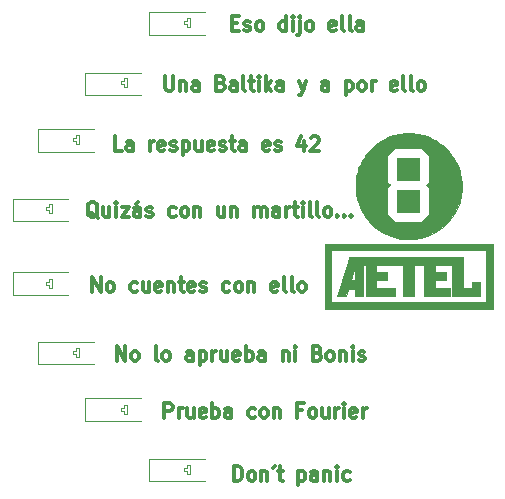
<source format=gbr>
G04 #@! TF.FileFunction,Legend,Top*
%FSLAX46Y46*%
G04 Gerber Fmt 4.6, Leading zero omitted, Abs format (unit mm)*
G04 Created by KiCad (PCBNEW 4.0.6) date 04/30/18 18:34:21*
%MOMM*%
%LPD*%
G01*
G04 APERTURE LIST*
%ADD10C,0.100000*%
%ADD11C,0.300000*%
%ADD12C,0.120000*%
%ADD13C,0.010000*%
G04 APERTURE END LIST*
D10*
X-6096000Y19304000D02*
X-5842000Y19304000D01*
X-6096000Y19050000D02*
X-6096000Y19304000D01*
X-6350000Y19050000D02*
X-6096000Y19050000D01*
X-6350000Y18796000D02*
X-6350000Y19050000D01*
X-6096000Y18796000D02*
X-6350000Y18796000D01*
X-6096000Y18542000D02*
X-6096000Y18796000D01*
X-5842000Y18542000D02*
X-6096000Y18542000D01*
X-5842000Y19304000D02*
X-5842000Y18542000D01*
X-11430000Y14224000D02*
X-11176000Y14224000D01*
X-11430000Y13970000D02*
X-11430000Y14224000D01*
X-11684000Y13970000D02*
X-11430000Y13970000D01*
X-11684000Y13716000D02*
X-11684000Y13970000D01*
X-11430000Y13716000D02*
X-11684000Y13716000D01*
X-11430000Y13462000D02*
X-11430000Y13716000D01*
X-11176000Y13462000D02*
X-11430000Y13462000D01*
X-11176000Y14224000D02*
X-11176000Y13462000D01*
X-15494000Y9398000D02*
X-15240000Y9398000D01*
X-15494000Y9144000D02*
X-15494000Y9398000D01*
X-15748000Y9144000D02*
X-15494000Y9144000D01*
X-15748000Y8890000D02*
X-15748000Y9144000D01*
X-15494000Y8890000D02*
X-15748000Y8890000D01*
X-15494000Y8636000D02*
X-15494000Y8890000D01*
X-15240000Y8636000D02*
X-15494000Y8636000D01*
X-15240000Y9398000D02*
X-15240000Y8636000D01*
X-17780000Y3556000D02*
X-17526000Y3556000D01*
X-17780000Y3302000D02*
X-17780000Y3556000D01*
X-18034000Y3302000D02*
X-17780000Y3302000D01*
X-18034000Y3048000D02*
X-18034000Y3302000D01*
X-17780000Y3048000D02*
X-18034000Y3048000D01*
X-17780000Y2794000D02*
X-17780000Y3048000D01*
X-17526000Y2794000D02*
X-17780000Y2794000D01*
X-17526000Y3556000D02*
X-17526000Y2794000D01*
X-17780000Y-2794000D02*
X-17526000Y-2794000D01*
X-17780000Y-3048000D02*
X-17780000Y-2794000D01*
X-18034000Y-3048000D02*
X-17780000Y-3048000D01*
X-18034000Y-3302000D02*
X-18034000Y-3048000D01*
X-17780000Y-3302000D02*
X-18034000Y-3302000D01*
X-17780000Y-3556000D02*
X-17780000Y-3302000D01*
X-17526000Y-3556000D02*
X-17780000Y-3556000D01*
X-17526000Y-2794000D02*
X-17526000Y-3556000D01*
X-15494000Y-9398000D02*
X-15240000Y-9398000D01*
X-15494000Y-9144000D02*
X-15494000Y-9398000D01*
X-15748000Y-9144000D02*
X-15494000Y-9144000D01*
X-15748000Y-8890000D02*
X-15748000Y-9144000D01*
X-15494000Y-8890000D02*
X-15748000Y-8890000D01*
X-15494000Y-8636000D02*
X-15494000Y-8890000D01*
X-15240000Y-8636000D02*
X-15494000Y-8636000D01*
X-15240000Y-9398000D02*
X-15240000Y-8636000D01*
X-11430000Y-13462000D02*
X-11176000Y-13462000D01*
X-11430000Y-13716000D02*
X-11430000Y-13462000D01*
X-11684000Y-13716000D02*
X-11430000Y-13716000D01*
X-11684000Y-13970000D02*
X-11684000Y-13716000D01*
X-11430000Y-13970000D02*
X-11684000Y-13970000D01*
X-11430000Y-14224000D02*
X-11430000Y-13970000D01*
X-11176000Y-14224000D02*
X-11430000Y-14224000D01*
X-11176000Y-13462000D02*
X-11176000Y-14224000D01*
X-6096000Y-19304000D02*
X-5842000Y-19304000D01*
X-6096000Y-19050000D02*
X-6096000Y-19304000D01*
X-6350000Y-19050000D02*
X-6096000Y-19050000D01*
X-6350000Y-18796000D02*
X-6350000Y-19050000D01*
X-6096000Y-18796000D02*
X-6350000Y-18796000D01*
X-6096000Y-18542000D02*
X-6096000Y-18796000D01*
X-5842000Y-18542000D02*
X-6096000Y-18542000D01*
X-5842000Y-19304000D02*
X-5842000Y-18542000D01*
D11*
X-14079998Y-3844857D02*
X-14079998Y-2644857D01*
X-13394283Y-3844857D01*
X-13394283Y-2644857D01*
X-12651426Y-3844857D02*
X-12765712Y-3787714D01*
X-12822855Y-3730571D01*
X-12879998Y-3616286D01*
X-12879998Y-3273429D01*
X-12822855Y-3159143D01*
X-12765712Y-3102000D01*
X-12651426Y-3044857D01*
X-12479998Y-3044857D01*
X-12365712Y-3102000D01*
X-12308569Y-3159143D01*
X-12251426Y-3273429D01*
X-12251426Y-3616286D01*
X-12308569Y-3730571D01*
X-12365712Y-3787714D01*
X-12479998Y-3844857D01*
X-12651426Y-3844857D01*
X-10308569Y-3787714D02*
X-10422855Y-3844857D01*
X-10651426Y-3844857D01*
X-10765712Y-3787714D01*
X-10822855Y-3730571D01*
X-10879998Y-3616286D01*
X-10879998Y-3273429D01*
X-10822855Y-3159143D01*
X-10765712Y-3102000D01*
X-10651426Y-3044857D01*
X-10422855Y-3044857D01*
X-10308569Y-3102000D01*
X-9279998Y-3044857D02*
X-9279998Y-3844857D01*
X-9794284Y-3044857D02*
X-9794284Y-3673429D01*
X-9737141Y-3787714D01*
X-9622855Y-3844857D01*
X-9451427Y-3844857D01*
X-9337141Y-3787714D01*
X-9279998Y-3730571D01*
X-8251427Y-3787714D02*
X-8365713Y-3844857D01*
X-8594284Y-3844857D01*
X-8708570Y-3787714D01*
X-8765713Y-3673429D01*
X-8765713Y-3216286D01*
X-8708570Y-3102000D01*
X-8594284Y-3044857D01*
X-8365713Y-3044857D01*
X-8251427Y-3102000D01*
X-8194284Y-3216286D01*
X-8194284Y-3330571D01*
X-8765713Y-3444857D01*
X-7679999Y-3044857D02*
X-7679999Y-3844857D01*
X-7679999Y-3159143D02*
X-7622856Y-3102000D01*
X-7508570Y-3044857D01*
X-7337142Y-3044857D01*
X-7222856Y-3102000D01*
X-7165713Y-3216286D01*
X-7165713Y-3844857D01*
X-6765713Y-3044857D02*
X-6308570Y-3044857D01*
X-6594285Y-2644857D02*
X-6594285Y-3673429D01*
X-6537142Y-3787714D01*
X-6422856Y-3844857D01*
X-6308570Y-3844857D01*
X-5451428Y-3787714D02*
X-5565714Y-3844857D01*
X-5794285Y-3844857D01*
X-5908571Y-3787714D01*
X-5965714Y-3673429D01*
X-5965714Y-3216286D01*
X-5908571Y-3102000D01*
X-5794285Y-3044857D01*
X-5565714Y-3044857D01*
X-5451428Y-3102000D01*
X-5394285Y-3216286D01*
X-5394285Y-3330571D01*
X-5965714Y-3444857D01*
X-4937143Y-3787714D02*
X-4822857Y-3844857D01*
X-4594285Y-3844857D01*
X-4480000Y-3787714D01*
X-4422857Y-3673429D01*
X-4422857Y-3616286D01*
X-4480000Y-3502000D01*
X-4594285Y-3444857D01*
X-4765714Y-3444857D01*
X-4880000Y-3387714D01*
X-4937143Y-3273429D01*
X-4937143Y-3216286D01*
X-4880000Y-3102000D01*
X-4765714Y-3044857D01*
X-4594285Y-3044857D01*
X-4480000Y-3102000D01*
X-2479999Y-3787714D02*
X-2594285Y-3844857D01*
X-2822856Y-3844857D01*
X-2937142Y-3787714D01*
X-2994285Y-3730571D01*
X-3051428Y-3616286D01*
X-3051428Y-3273429D01*
X-2994285Y-3159143D01*
X-2937142Y-3102000D01*
X-2822856Y-3044857D01*
X-2594285Y-3044857D01*
X-2479999Y-3102000D01*
X-1794285Y-3844857D02*
X-1908571Y-3787714D01*
X-1965714Y-3730571D01*
X-2022857Y-3616286D01*
X-2022857Y-3273429D01*
X-1965714Y-3159143D01*
X-1908571Y-3102000D01*
X-1794285Y-3044857D01*
X-1622857Y-3044857D01*
X-1508571Y-3102000D01*
X-1451428Y-3159143D01*
X-1394285Y-3273429D01*
X-1394285Y-3616286D01*
X-1451428Y-3730571D01*
X-1508571Y-3787714D01*
X-1622857Y-3844857D01*
X-1794285Y-3844857D01*
X-880000Y-3044857D02*
X-880000Y-3844857D01*
X-880000Y-3159143D02*
X-822857Y-3102000D01*
X-708571Y-3044857D01*
X-537143Y-3044857D01*
X-422857Y-3102000D01*
X-365714Y-3216286D01*
X-365714Y-3844857D01*
X1577143Y-3787714D02*
X1462857Y-3844857D01*
X1234286Y-3844857D01*
X1120000Y-3787714D01*
X1062857Y-3673429D01*
X1062857Y-3216286D01*
X1120000Y-3102000D01*
X1234286Y-3044857D01*
X1462857Y-3044857D01*
X1577143Y-3102000D01*
X1634286Y-3216286D01*
X1634286Y-3330571D01*
X1062857Y-3444857D01*
X2320000Y-3844857D02*
X2205714Y-3787714D01*
X2148571Y-3673429D01*
X2148571Y-2644857D01*
X2948571Y-3844857D02*
X2834285Y-3787714D01*
X2777142Y-3673429D01*
X2777142Y-2644857D01*
X3577142Y-3844857D02*
X3462856Y-3787714D01*
X3405713Y-3730571D01*
X3348570Y-3616286D01*
X3348570Y-3273429D01*
X3405713Y-3159143D01*
X3462856Y-3102000D01*
X3577142Y-3044857D01*
X3748570Y-3044857D01*
X3862856Y-3102000D01*
X3919999Y-3159143D01*
X3977142Y-3273429D01*
X3977142Y-3616286D01*
X3919999Y-3730571D01*
X3862856Y-3787714D01*
X3748570Y-3844857D01*
X3577142Y-3844857D01*
X-7977713Y-14512857D02*
X-7977713Y-13312857D01*
X-7520570Y-13312857D01*
X-7406284Y-13370000D01*
X-7349141Y-13427143D01*
X-7291998Y-13541429D01*
X-7291998Y-13712857D01*
X-7349141Y-13827143D01*
X-7406284Y-13884286D01*
X-7520570Y-13941429D01*
X-7977713Y-13941429D01*
X-6777713Y-14512857D02*
X-6777713Y-13712857D01*
X-6777713Y-13941429D02*
X-6720570Y-13827143D01*
X-6663427Y-13770000D01*
X-6549141Y-13712857D01*
X-6434856Y-13712857D01*
X-5520570Y-13712857D02*
X-5520570Y-14512857D01*
X-6034856Y-13712857D02*
X-6034856Y-14341429D01*
X-5977713Y-14455714D01*
X-5863427Y-14512857D01*
X-5691999Y-14512857D01*
X-5577713Y-14455714D01*
X-5520570Y-14398571D01*
X-4491999Y-14455714D02*
X-4606285Y-14512857D01*
X-4834856Y-14512857D01*
X-4949142Y-14455714D01*
X-5006285Y-14341429D01*
X-5006285Y-13884286D01*
X-4949142Y-13770000D01*
X-4834856Y-13712857D01*
X-4606285Y-13712857D01*
X-4491999Y-13770000D01*
X-4434856Y-13884286D01*
X-4434856Y-13998571D01*
X-5006285Y-14112857D01*
X-3920571Y-14512857D02*
X-3920571Y-13312857D01*
X-3920571Y-13770000D02*
X-3806285Y-13712857D01*
X-3577714Y-13712857D01*
X-3463428Y-13770000D01*
X-3406285Y-13827143D01*
X-3349142Y-13941429D01*
X-3349142Y-14284286D01*
X-3406285Y-14398571D01*
X-3463428Y-14455714D01*
X-3577714Y-14512857D01*
X-3806285Y-14512857D01*
X-3920571Y-14455714D01*
X-2320571Y-14512857D02*
X-2320571Y-13884286D01*
X-2377714Y-13770000D01*
X-2492000Y-13712857D01*
X-2720571Y-13712857D01*
X-2834857Y-13770000D01*
X-2320571Y-14455714D02*
X-2434857Y-14512857D01*
X-2720571Y-14512857D01*
X-2834857Y-14455714D01*
X-2892000Y-14341429D01*
X-2892000Y-14227143D01*
X-2834857Y-14112857D01*
X-2720571Y-14055714D01*
X-2434857Y-14055714D01*
X-2320571Y-13998571D01*
X-320571Y-14455714D02*
X-434857Y-14512857D01*
X-663428Y-14512857D01*
X-777714Y-14455714D01*
X-834857Y-14398571D01*
X-892000Y-14284286D01*
X-892000Y-13941429D01*
X-834857Y-13827143D01*
X-777714Y-13770000D01*
X-663428Y-13712857D01*
X-434857Y-13712857D01*
X-320571Y-13770000D01*
X365143Y-14512857D02*
X250857Y-14455714D01*
X193714Y-14398571D01*
X136571Y-14284286D01*
X136571Y-13941429D01*
X193714Y-13827143D01*
X250857Y-13770000D01*
X365143Y-13712857D01*
X536571Y-13712857D01*
X650857Y-13770000D01*
X708000Y-13827143D01*
X765143Y-13941429D01*
X765143Y-14284286D01*
X708000Y-14398571D01*
X650857Y-14455714D01*
X536571Y-14512857D01*
X365143Y-14512857D01*
X1279428Y-13712857D02*
X1279428Y-14512857D01*
X1279428Y-13827143D02*
X1336571Y-13770000D01*
X1450857Y-13712857D01*
X1622285Y-13712857D01*
X1736571Y-13770000D01*
X1793714Y-13884286D01*
X1793714Y-14512857D01*
X3679428Y-13884286D02*
X3279428Y-13884286D01*
X3279428Y-14512857D02*
X3279428Y-13312857D01*
X3850857Y-13312857D01*
X4479428Y-14512857D02*
X4365142Y-14455714D01*
X4307999Y-14398571D01*
X4250856Y-14284286D01*
X4250856Y-13941429D01*
X4307999Y-13827143D01*
X4365142Y-13770000D01*
X4479428Y-13712857D01*
X4650856Y-13712857D01*
X4765142Y-13770000D01*
X4822285Y-13827143D01*
X4879428Y-13941429D01*
X4879428Y-14284286D01*
X4822285Y-14398571D01*
X4765142Y-14455714D01*
X4650856Y-14512857D01*
X4479428Y-14512857D01*
X5907999Y-13712857D02*
X5907999Y-14512857D01*
X5393713Y-13712857D02*
X5393713Y-14341429D01*
X5450856Y-14455714D01*
X5565142Y-14512857D01*
X5736570Y-14512857D01*
X5850856Y-14455714D01*
X5907999Y-14398571D01*
X6479427Y-14512857D02*
X6479427Y-13712857D01*
X6479427Y-13941429D02*
X6536570Y-13827143D01*
X6593713Y-13770000D01*
X6707999Y-13712857D01*
X6822284Y-13712857D01*
X7222284Y-14512857D02*
X7222284Y-13712857D01*
X7222284Y-13312857D02*
X7165141Y-13370000D01*
X7222284Y-13427143D01*
X7279427Y-13370000D01*
X7222284Y-13312857D01*
X7222284Y-13427143D01*
X8250856Y-14455714D02*
X8136570Y-14512857D01*
X7907999Y-14512857D01*
X7793713Y-14455714D01*
X7736570Y-14341429D01*
X7736570Y-13884286D01*
X7793713Y-13770000D01*
X7907999Y-13712857D01*
X8136570Y-13712857D01*
X8250856Y-13770000D01*
X8307999Y-13884286D01*
X8307999Y-13998571D01*
X7736570Y-14112857D01*
X8822284Y-14512857D02*
X8822284Y-13712857D01*
X8822284Y-13941429D02*
X8879427Y-13827143D01*
X8936570Y-13770000D01*
X9050856Y-13712857D01*
X9165141Y-13712857D01*
X-2240857Y18881714D02*
X-1840857Y18881714D01*
X-1669428Y18253143D02*
X-2240857Y18253143D01*
X-2240857Y19453143D01*
X-1669428Y19453143D01*
X-1212286Y18310286D02*
X-1098000Y18253143D01*
X-869428Y18253143D01*
X-755143Y18310286D01*
X-698000Y18424571D01*
X-698000Y18481714D01*
X-755143Y18596000D01*
X-869428Y18653143D01*
X-1040857Y18653143D01*
X-1155143Y18710286D01*
X-1212286Y18824571D01*
X-1212286Y18881714D01*
X-1155143Y18996000D01*
X-1040857Y19053143D01*
X-869428Y19053143D01*
X-755143Y18996000D01*
X-12285Y18253143D02*
X-126571Y18310286D01*
X-183714Y18367429D01*
X-240857Y18481714D01*
X-240857Y18824571D01*
X-183714Y18938857D01*
X-126571Y18996000D01*
X-12285Y19053143D01*
X159143Y19053143D01*
X273429Y18996000D01*
X330572Y18938857D01*
X387715Y18824571D01*
X387715Y18481714D01*
X330572Y18367429D01*
X273429Y18310286D01*
X159143Y18253143D01*
X-12285Y18253143D01*
X2330572Y18253143D02*
X2330572Y19453143D01*
X2330572Y18310286D02*
X2216286Y18253143D01*
X1987715Y18253143D01*
X1873429Y18310286D01*
X1816286Y18367429D01*
X1759143Y18481714D01*
X1759143Y18824571D01*
X1816286Y18938857D01*
X1873429Y18996000D01*
X1987715Y19053143D01*
X2216286Y19053143D01*
X2330572Y18996000D01*
X2902000Y18253143D02*
X2902000Y19053143D01*
X2902000Y19453143D02*
X2844857Y19396000D01*
X2902000Y19338857D01*
X2959143Y19396000D01*
X2902000Y19453143D01*
X2902000Y19338857D01*
X3473429Y19053143D02*
X3473429Y18024571D01*
X3416286Y17910286D01*
X3302001Y17853143D01*
X3244858Y17853143D01*
X3473429Y19453143D02*
X3416286Y19396000D01*
X3473429Y19338857D01*
X3530572Y19396000D01*
X3473429Y19453143D01*
X3473429Y19338857D01*
X4216287Y18253143D02*
X4102001Y18310286D01*
X4044858Y18367429D01*
X3987715Y18481714D01*
X3987715Y18824571D01*
X4044858Y18938857D01*
X4102001Y18996000D01*
X4216287Y19053143D01*
X4387715Y19053143D01*
X4502001Y18996000D01*
X4559144Y18938857D01*
X4616287Y18824571D01*
X4616287Y18481714D01*
X4559144Y18367429D01*
X4502001Y18310286D01*
X4387715Y18253143D01*
X4216287Y18253143D01*
X6502001Y18310286D02*
X6387715Y18253143D01*
X6159144Y18253143D01*
X6044858Y18310286D01*
X5987715Y18424571D01*
X5987715Y18881714D01*
X6044858Y18996000D01*
X6159144Y19053143D01*
X6387715Y19053143D01*
X6502001Y18996000D01*
X6559144Y18881714D01*
X6559144Y18767429D01*
X5987715Y18653143D01*
X7244858Y18253143D02*
X7130572Y18310286D01*
X7073429Y18424571D01*
X7073429Y19453143D01*
X7873429Y18253143D02*
X7759143Y18310286D01*
X7702000Y18424571D01*
X7702000Y19453143D01*
X8844857Y18253143D02*
X8844857Y18881714D01*
X8787714Y18996000D01*
X8673428Y19053143D01*
X8444857Y19053143D01*
X8330571Y18996000D01*
X8844857Y18310286D02*
X8730571Y18253143D01*
X8444857Y18253143D01*
X8330571Y18310286D01*
X8273428Y18424571D01*
X8273428Y18538857D01*
X8330571Y18653143D01*
X8444857Y18710286D01*
X8730571Y18710286D01*
X8844857Y18767429D01*
X-11584571Y8093143D02*
X-12156000Y8093143D01*
X-12156000Y9293143D01*
X-10670285Y8093143D02*
X-10670285Y8721714D01*
X-10727428Y8836000D01*
X-10841714Y8893143D01*
X-11070285Y8893143D01*
X-11184571Y8836000D01*
X-10670285Y8150286D02*
X-10784571Y8093143D01*
X-11070285Y8093143D01*
X-11184571Y8150286D01*
X-11241714Y8264571D01*
X-11241714Y8378857D01*
X-11184571Y8493143D01*
X-11070285Y8550286D01*
X-10784571Y8550286D01*
X-10670285Y8607429D01*
X-9184571Y8093143D02*
X-9184571Y8893143D01*
X-9184571Y8664571D02*
X-9127428Y8778857D01*
X-9070285Y8836000D01*
X-8955999Y8893143D01*
X-8841714Y8893143D01*
X-7984571Y8150286D02*
X-8098857Y8093143D01*
X-8327428Y8093143D01*
X-8441714Y8150286D01*
X-8498857Y8264571D01*
X-8498857Y8721714D01*
X-8441714Y8836000D01*
X-8327428Y8893143D01*
X-8098857Y8893143D01*
X-7984571Y8836000D01*
X-7927428Y8721714D01*
X-7927428Y8607429D01*
X-8498857Y8493143D01*
X-7470286Y8150286D02*
X-7356000Y8093143D01*
X-7127428Y8093143D01*
X-7013143Y8150286D01*
X-6956000Y8264571D01*
X-6956000Y8321714D01*
X-7013143Y8436000D01*
X-7127428Y8493143D01*
X-7298857Y8493143D01*
X-7413143Y8550286D01*
X-7470286Y8664571D01*
X-7470286Y8721714D01*
X-7413143Y8836000D01*
X-7298857Y8893143D01*
X-7127428Y8893143D01*
X-7013143Y8836000D01*
X-6441714Y8893143D02*
X-6441714Y7693143D01*
X-6441714Y8836000D02*
X-6327428Y8893143D01*
X-6098857Y8893143D01*
X-5984571Y8836000D01*
X-5927428Y8778857D01*
X-5870285Y8664571D01*
X-5870285Y8321714D01*
X-5927428Y8207429D01*
X-5984571Y8150286D01*
X-6098857Y8093143D01*
X-6327428Y8093143D01*
X-6441714Y8150286D01*
X-4841714Y8893143D02*
X-4841714Y8093143D01*
X-5356000Y8893143D02*
X-5356000Y8264571D01*
X-5298857Y8150286D01*
X-5184571Y8093143D01*
X-5013143Y8093143D01*
X-4898857Y8150286D01*
X-4841714Y8207429D01*
X-3813143Y8150286D02*
X-3927429Y8093143D01*
X-4156000Y8093143D01*
X-4270286Y8150286D01*
X-4327429Y8264571D01*
X-4327429Y8721714D01*
X-4270286Y8836000D01*
X-4156000Y8893143D01*
X-3927429Y8893143D01*
X-3813143Y8836000D01*
X-3756000Y8721714D01*
X-3756000Y8607429D01*
X-4327429Y8493143D01*
X-3298858Y8150286D02*
X-3184572Y8093143D01*
X-2956000Y8093143D01*
X-2841715Y8150286D01*
X-2784572Y8264571D01*
X-2784572Y8321714D01*
X-2841715Y8436000D01*
X-2956000Y8493143D01*
X-3127429Y8493143D01*
X-3241715Y8550286D01*
X-3298858Y8664571D01*
X-3298858Y8721714D01*
X-3241715Y8836000D01*
X-3127429Y8893143D01*
X-2956000Y8893143D01*
X-2841715Y8836000D01*
X-2441714Y8893143D02*
X-1984571Y8893143D01*
X-2270286Y9293143D02*
X-2270286Y8264571D01*
X-2213143Y8150286D01*
X-2098857Y8093143D01*
X-1984571Y8093143D01*
X-1070286Y8093143D02*
X-1070286Y8721714D01*
X-1127429Y8836000D01*
X-1241715Y8893143D01*
X-1470286Y8893143D01*
X-1584572Y8836000D01*
X-1070286Y8150286D02*
X-1184572Y8093143D01*
X-1470286Y8093143D01*
X-1584572Y8150286D01*
X-1641715Y8264571D01*
X-1641715Y8378857D01*
X-1584572Y8493143D01*
X-1470286Y8550286D01*
X-1184572Y8550286D01*
X-1070286Y8607429D01*
X872571Y8150286D02*
X758285Y8093143D01*
X529714Y8093143D01*
X415428Y8150286D01*
X358285Y8264571D01*
X358285Y8721714D01*
X415428Y8836000D01*
X529714Y8893143D01*
X758285Y8893143D01*
X872571Y8836000D01*
X929714Y8721714D01*
X929714Y8607429D01*
X358285Y8493143D01*
X1386856Y8150286D02*
X1501142Y8093143D01*
X1729714Y8093143D01*
X1843999Y8150286D01*
X1901142Y8264571D01*
X1901142Y8321714D01*
X1843999Y8436000D01*
X1729714Y8493143D01*
X1558285Y8493143D01*
X1443999Y8550286D01*
X1386856Y8664571D01*
X1386856Y8721714D01*
X1443999Y8836000D01*
X1558285Y8893143D01*
X1729714Y8893143D01*
X1843999Y8836000D01*
X3844000Y8893143D02*
X3844000Y8093143D01*
X3558286Y9350286D02*
X3272571Y8493143D01*
X4015429Y8493143D01*
X4415428Y9178857D02*
X4472571Y9236000D01*
X4586857Y9293143D01*
X4872571Y9293143D01*
X4986857Y9236000D01*
X5044000Y9178857D01*
X5101143Y9064571D01*
X5101143Y8950286D01*
X5044000Y8778857D01*
X4358286Y8093143D01*
X5101143Y8093143D01*
X-13616286Y2390857D02*
X-13730571Y2448000D01*
X-13844857Y2562286D01*
X-14016286Y2733714D01*
X-14130571Y2790857D01*
X-14244857Y2790857D01*
X-14187714Y2505143D02*
X-14302000Y2562286D01*
X-14416286Y2676571D01*
X-14473429Y2905143D01*
X-14473429Y3305143D01*
X-14416286Y3533714D01*
X-14302000Y3648000D01*
X-14187714Y3705143D01*
X-13959143Y3705143D01*
X-13844857Y3648000D01*
X-13730571Y3533714D01*
X-13673429Y3305143D01*
X-13673429Y2905143D01*
X-13730571Y2676571D01*
X-13844857Y2562286D01*
X-13959143Y2505143D01*
X-14187714Y2505143D01*
X-12644857Y3305143D02*
X-12644857Y2505143D01*
X-13159143Y3305143D02*
X-13159143Y2676571D01*
X-13102000Y2562286D01*
X-12987714Y2505143D01*
X-12816286Y2505143D01*
X-12702000Y2562286D01*
X-12644857Y2619429D01*
X-12073429Y2505143D02*
X-12073429Y3305143D01*
X-12073429Y3705143D02*
X-12130572Y3648000D01*
X-12073429Y3590857D01*
X-12016286Y3648000D01*
X-12073429Y3705143D01*
X-12073429Y3590857D01*
X-11616285Y3305143D02*
X-10987714Y3305143D01*
X-11616285Y2505143D01*
X-10987714Y2505143D01*
X-10016285Y2505143D02*
X-10016285Y3133714D01*
X-10073428Y3248000D01*
X-10187714Y3305143D01*
X-10416285Y3305143D01*
X-10530571Y3248000D01*
X-10016285Y2562286D02*
X-10130571Y2505143D01*
X-10416285Y2505143D01*
X-10530571Y2562286D01*
X-10587714Y2676571D01*
X-10587714Y2790857D01*
X-10530571Y2905143D01*
X-10416285Y2962286D01*
X-10130571Y2962286D01*
X-10016285Y3019429D01*
X-10187714Y3762286D02*
X-10359142Y3590857D01*
X-9502000Y2562286D02*
X-9387714Y2505143D01*
X-9159142Y2505143D01*
X-9044857Y2562286D01*
X-8987714Y2676571D01*
X-8987714Y2733714D01*
X-9044857Y2848000D01*
X-9159142Y2905143D01*
X-9330571Y2905143D01*
X-9444857Y2962286D01*
X-9502000Y3076571D01*
X-9502000Y3133714D01*
X-9444857Y3248000D01*
X-9330571Y3305143D01*
X-9159142Y3305143D01*
X-9044857Y3248000D01*
X-7044856Y2562286D02*
X-7159142Y2505143D01*
X-7387713Y2505143D01*
X-7501999Y2562286D01*
X-7559142Y2619429D01*
X-7616285Y2733714D01*
X-7616285Y3076571D01*
X-7559142Y3190857D01*
X-7501999Y3248000D01*
X-7387713Y3305143D01*
X-7159142Y3305143D01*
X-7044856Y3248000D01*
X-6359142Y2505143D02*
X-6473428Y2562286D01*
X-6530571Y2619429D01*
X-6587714Y2733714D01*
X-6587714Y3076571D01*
X-6530571Y3190857D01*
X-6473428Y3248000D01*
X-6359142Y3305143D01*
X-6187714Y3305143D01*
X-6073428Y3248000D01*
X-6016285Y3190857D01*
X-5959142Y3076571D01*
X-5959142Y2733714D01*
X-6016285Y2619429D01*
X-6073428Y2562286D01*
X-6187714Y2505143D01*
X-6359142Y2505143D01*
X-5444857Y3305143D02*
X-5444857Y2505143D01*
X-5444857Y3190857D02*
X-5387714Y3248000D01*
X-5273428Y3305143D01*
X-5102000Y3305143D01*
X-4987714Y3248000D01*
X-4930571Y3133714D01*
X-4930571Y2505143D01*
X-2930571Y3305143D02*
X-2930571Y2505143D01*
X-3444857Y3305143D02*
X-3444857Y2676571D01*
X-3387714Y2562286D01*
X-3273428Y2505143D01*
X-3102000Y2505143D01*
X-2987714Y2562286D01*
X-2930571Y2619429D01*
X-2359143Y3305143D02*
X-2359143Y2505143D01*
X-2359143Y3190857D02*
X-2302000Y3248000D01*
X-2187714Y3305143D01*
X-2016286Y3305143D01*
X-1902000Y3248000D01*
X-1844857Y3133714D01*
X-1844857Y2505143D01*
X-359143Y2505143D02*
X-359143Y3305143D01*
X-359143Y3190857D02*
X-302000Y3248000D01*
X-187714Y3305143D01*
X-16286Y3305143D01*
X98000Y3248000D01*
X155143Y3133714D01*
X155143Y2505143D01*
X155143Y3133714D02*
X212286Y3248000D01*
X326572Y3305143D01*
X498000Y3305143D01*
X612286Y3248000D01*
X669429Y3133714D01*
X669429Y2505143D01*
X1755143Y2505143D02*
X1755143Y3133714D01*
X1698000Y3248000D01*
X1583714Y3305143D01*
X1355143Y3305143D01*
X1240857Y3248000D01*
X1755143Y2562286D02*
X1640857Y2505143D01*
X1355143Y2505143D01*
X1240857Y2562286D01*
X1183714Y2676571D01*
X1183714Y2790857D01*
X1240857Y2905143D01*
X1355143Y2962286D01*
X1640857Y2962286D01*
X1755143Y3019429D01*
X2326571Y2505143D02*
X2326571Y3305143D01*
X2326571Y3076571D02*
X2383714Y3190857D01*
X2440857Y3248000D01*
X2555143Y3305143D01*
X2669428Y3305143D01*
X2898000Y3305143D02*
X3355143Y3305143D01*
X3069428Y3705143D02*
X3069428Y2676571D01*
X3126571Y2562286D01*
X3240857Y2505143D01*
X3355143Y2505143D01*
X3755142Y2505143D02*
X3755142Y3305143D01*
X3755142Y3705143D02*
X3697999Y3648000D01*
X3755142Y3590857D01*
X3812285Y3648000D01*
X3755142Y3705143D01*
X3755142Y3590857D01*
X4498000Y2505143D02*
X4383714Y2562286D01*
X4326571Y2676571D01*
X4326571Y3705143D01*
X5126571Y2505143D02*
X5012285Y2562286D01*
X4955142Y2676571D01*
X4955142Y3705143D01*
X5755142Y2505143D02*
X5640856Y2562286D01*
X5583713Y2619429D01*
X5526570Y2733714D01*
X5526570Y3076571D01*
X5583713Y3190857D01*
X5640856Y3248000D01*
X5755142Y3305143D01*
X5926570Y3305143D01*
X6040856Y3248000D01*
X6097999Y3190857D01*
X6155142Y3076571D01*
X6155142Y2733714D01*
X6097999Y2619429D01*
X6040856Y2562286D01*
X5926570Y2505143D01*
X5755142Y2505143D01*
X6669427Y2619429D02*
X6726570Y2562286D01*
X6669427Y2505143D01*
X6612284Y2562286D01*
X6669427Y2619429D01*
X6669427Y2505143D01*
X7240856Y2619429D02*
X7297999Y2562286D01*
X7240856Y2505143D01*
X7183713Y2562286D01*
X7240856Y2619429D01*
X7240856Y2505143D01*
X7812285Y2619429D02*
X7869428Y2562286D01*
X7812285Y2505143D01*
X7755142Y2562286D01*
X7812285Y2619429D01*
X7812285Y2505143D01*
X-2063142Y-19846857D02*
X-2063142Y-18646857D01*
X-1777427Y-18646857D01*
X-1605999Y-18704000D01*
X-1491713Y-18818286D01*
X-1434570Y-18932571D01*
X-1377427Y-19161143D01*
X-1377427Y-19332571D01*
X-1434570Y-19561143D01*
X-1491713Y-19675429D01*
X-1605999Y-19789714D01*
X-1777427Y-19846857D01*
X-2063142Y-19846857D01*
X-691713Y-19846857D02*
X-805999Y-19789714D01*
X-863142Y-19732571D01*
X-920285Y-19618286D01*
X-920285Y-19275429D01*
X-863142Y-19161143D01*
X-805999Y-19104000D01*
X-691713Y-19046857D01*
X-520285Y-19046857D01*
X-405999Y-19104000D01*
X-348856Y-19161143D01*
X-291713Y-19275429D01*
X-291713Y-19618286D01*
X-348856Y-19732571D01*
X-405999Y-19789714D01*
X-520285Y-19846857D01*
X-691713Y-19846857D01*
X222572Y-19046857D02*
X222572Y-19846857D01*
X222572Y-19161143D02*
X279715Y-19104000D01*
X394001Y-19046857D01*
X565429Y-19046857D01*
X679715Y-19104000D01*
X736858Y-19218286D01*
X736858Y-19846857D01*
X1365429Y-18589714D02*
X1194001Y-18761143D01*
X1594001Y-19046857D02*
X2051144Y-19046857D01*
X1765429Y-18646857D02*
X1765429Y-19675429D01*
X1822572Y-19789714D01*
X1936858Y-19846857D01*
X2051144Y-19846857D01*
X3365429Y-19046857D02*
X3365429Y-20246857D01*
X3365429Y-19104000D02*
X3479715Y-19046857D01*
X3708286Y-19046857D01*
X3822572Y-19104000D01*
X3879715Y-19161143D01*
X3936858Y-19275429D01*
X3936858Y-19618286D01*
X3879715Y-19732571D01*
X3822572Y-19789714D01*
X3708286Y-19846857D01*
X3479715Y-19846857D01*
X3365429Y-19789714D01*
X4965429Y-19846857D02*
X4965429Y-19218286D01*
X4908286Y-19104000D01*
X4794000Y-19046857D01*
X4565429Y-19046857D01*
X4451143Y-19104000D01*
X4965429Y-19789714D02*
X4851143Y-19846857D01*
X4565429Y-19846857D01*
X4451143Y-19789714D01*
X4394000Y-19675429D01*
X4394000Y-19561143D01*
X4451143Y-19446857D01*
X4565429Y-19389714D01*
X4851143Y-19389714D01*
X4965429Y-19332571D01*
X5536857Y-19046857D02*
X5536857Y-19846857D01*
X5536857Y-19161143D02*
X5594000Y-19104000D01*
X5708286Y-19046857D01*
X5879714Y-19046857D01*
X5994000Y-19104000D01*
X6051143Y-19218286D01*
X6051143Y-19846857D01*
X6622571Y-19846857D02*
X6622571Y-19046857D01*
X6622571Y-18646857D02*
X6565428Y-18704000D01*
X6622571Y-18761143D01*
X6679714Y-18704000D01*
X6622571Y-18646857D01*
X6622571Y-18761143D01*
X7708286Y-19789714D02*
X7594000Y-19846857D01*
X7365429Y-19846857D01*
X7251143Y-19789714D01*
X7194000Y-19732571D01*
X7136857Y-19618286D01*
X7136857Y-19275429D01*
X7194000Y-19161143D01*
X7251143Y-19104000D01*
X7365429Y-19046857D01*
X7594000Y-19046857D01*
X7708286Y-19104000D01*
X-11981142Y-9686857D02*
X-11981142Y-8486857D01*
X-11295427Y-9686857D01*
X-11295427Y-8486857D01*
X-10552570Y-9686857D02*
X-10666856Y-9629714D01*
X-10723999Y-9572571D01*
X-10781142Y-9458286D01*
X-10781142Y-9115429D01*
X-10723999Y-9001143D01*
X-10666856Y-8944000D01*
X-10552570Y-8886857D01*
X-10381142Y-8886857D01*
X-10266856Y-8944000D01*
X-10209713Y-9001143D01*
X-10152570Y-9115429D01*
X-10152570Y-9458286D01*
X-10209713Y-9572571D01*
X-10266856Y-9629714D01*
X-10381142Y-9686857D01*
X-10552570Y-9686857D01*
X-8552570Y-9686857D02*
X-8666856Y-9629714D01*
X-8723999Y-9515429D01*
X-8723999Y-8486857D01*
X-7923999Y-9686857D02*
X-8038285Y-9629714D01*
X-8095428Y-9572571D01*
X-8152571Y-9458286D01*
X-8152571Y-9115429D01*
X-8095428Y-9001143D01*
X-8038285Y-8944000D01*
X-7923999Y-8886857D01*
X-7752571Y-8886857D01*
X-7638285Y-8944000D01*
X-7581142Y-9001143D01*
X-7523999Y-9115429D01*
X-7523999Y-9458286D01*
X-7581142Y-9572571D01*
X-7638285Y-9629714D01*
X-7752571Y-9686857D01*
X-7923999Y-9686857D01*
X-5581142Y-9686857D02*
X-5581142Y-9058286D01*
X-5638285Y-8944000D01*
X-5752571Y-8886857D01*
X-5981142Y-8886857D01*
X-6095428Y-8944000D01*
X-5581142Y-9629714D02*
X-5695428Y-9686857D01*
X-5981142Y-9686857D01*
X-6095428Y-9629714D01*
X-6152571Y-9515429D01*
X-6152571Y-9401143D01*
X-6095428Y-9286857D01*
X-5981142Y-9229714D01*
X-5695428Y-9229714D01*
X-5581142Y-9172571D01*
X-5009714Y-8886857D02*
X-5009714Y-10086857D01*
X-5009714Y-8944000D02*
X-4895428Y-8886857D01*
X-4666857Y-8886857D01*
X-4552571Y-8944000D01*
X-4495428Y-9001143D01*
X-4438285Y-9115429D01*
X-4438285Y-9458286D01*
X-4495428Y-9572571D01*
X-4552571Y-9629714D01*
X-4666857Y-9686857D01*
X-4895428Y-9686857D01*
X-5009714Y-9629714D01*
X-3924000Y-9686857D02*
X-3924000Y-8886857D01*
X-3924000Y-9115429D02*
X-3866857Y-9001143D01*
X-3809714Y-8944000D01*
X-3695428Y-8886857D01*
X-3581143Y-8886857D01*
X-2666857Y-8886857D02*
X-2666857Y-9686857D01*
X-3181143Y-8886857D02*
X-3181143Y-9515429D01*
X-3124000Y-9629714D01*
X-3009714Y-9686857D01*
X-2838286Y-9686857D01*
X-2724000Y-9629714D01*
X-2666857Y-9572571D01*
X-1638286Y-9629714D02*
X-1752572Y-9686857D01*
X-1981143Y-9686857D01*
X-2095429Y-9629714D01*
X-2152572Y-9515429D01*
X-2152572Y-9058286D01*
X-2095429Y-8944000D01*
X-1981143Y-8886857D01*
X-1752572Y-8886857D01*
X-1638286Y-8944000D01*
X-1581143Y-9058286D01*
X-1581143Y-9172571D01*
X-2152572Y-9286857D01*
X-1066858Y-9686857D02*
X-1066858Y-8486857D01*
X-1066858Y-8944000D02*
X-952572Y-8886857D01*
X-724001Y-8886857D01*
X-609715Y-8944000D01*
X-552572Y-9001143D01*
X-495429Y-9115429D01*
X-495429Y-9458286D01*
X-552572Y-9572571D01*
X-609715Y-9629714D01*
X-724001Y-9686857D01*
X-952572Y-9686857D01*
X-1066858Y-9629714D01*
X533142Y-9686857D02*
X533142Y-9058286D01*
X475999Y-8944000D01*
X361713Y-8886857D01*
X133142Y-8886857D01*
X18856Y-8944000D01*
X533142Y-9629714D02*
X418856Y-9686857D01*
X133142Y-9686857D01*
X18856Y-9629714D01*
X-38287Y-9515429D01*
X-38287Y-9401143D01*
X18856Y-9286857D01*
X133142Y-9229714D01*
X418856Y-9229714D01*
X533142Y-9172571D01*
X2018856Y-8886857D02*
X2018856Y-9686857D01*
X2018856Y-9001143D02*
X2075999Y-8944000D01*
X2190285Y-8886857D01*
X2361713Y-8886857D01*
X2475999Y-8944000D01*
X2533142Y-9058286D01*
X2533142Y-9686857D01*
X3104570Y-9686857D02*
X3104570Y-8886857D01*
X3104570Y-8486857D02*
X3047427Y-8544000D01*
X3104570Y-8601143D01*
X3161713Y-8544000D01*
X3104570Y-8486857D01*
X3104570Y-8601143D01*
X4990285Y-9058286D02*
X5161714Y-9115429D01*
X5218857Y-9172571D01*
X5276000Y-9286857D01*
X5276000Y-9458286D01*
X5218857Y-9572571D01*
X5161714Y-9629714D01*
X5047428Y-9686857D01*
X4590285Y-9686857D01*
X4590285Y-8486857D01*
X4990285Y-8486857D01*
X5104571Y-8544000D01*
X5161714Y-8601143D01*
X5218857Y-8715429D01*
X5218857Y-8829714D01*
X5161714Y-8944000D01*
X5104571Y-9001143D01*
X4990285Y-9058286D01*
X4590285Y-9058286D01*
X5961714Y-9686857D02*
X5847428Y-9629714D01*
X5790285Y-9572571D01*
X5733142Y-9458286D01*
X5733142Y-9115429D01*
X5790285Y-9001143D01*
X5847428Y-8944000D01*
X5961714Y-8886857D01*
X6133142Y-8886857D01*
X6247428Y-8944000D01*
X6304571Y-9001143D01*
X6361714Y-9115429D01*
X6361714Y-9458286D01*
X6304571Y-9572571D01*
X6247428Y-9629714D01*
X6133142Y-9686857D01*
X5961714Y-9686857D01*
X6875999Y-8886857D02*
X6875999Y-9686857D01*
X6875999Y-9001143D02*
X6933142Y-8944000D01*
X7047428Y-8886857D01*
X7218856Y-8886857D01*
X7333142Y-8944000D01*
X7390285Y-9058286D01*
X7390285Y-9686857D01*
X7961713Y-9686857D02*
X7961713Y-8886857D01*
X7961713Y-8486857D02*
X7904570Y-8544000D01*
X7961713Y-8601143D01*
X8018856Y-8544000D01*
X7961713Y-8486857D01*
X7961713Y-8601143D01*
X8475999Y-9629714D02*
X8590285Y-9686857D01*
X8818857Y-9686857D01*
X8933142Y-9629714D01*
X8990285Y-9515429D01*
X8990285Y-9458286D01*
X8933142Y-9344000D01*
X8818857Y-9286857D01*
X8647428Y-9286857D01*
X8533142Y-9229714D01*
X8475999Y-9115429D01*
X8475999Y-9058286D01*
X8533142Y-8944000D01*
X8647428Y-8886857D01*
X8818857Y-8886857D01*
X8933142Y-8944000D01*
X-7923428Y14373143D02*
X-7923428Y13401714D01*
X-7866285Y13287429D01*
X-7809142Y13230286D01*
X-7694856Y13173143D01*
X-7466285Y13173143D01*
X-7351999Y13230286D01*
X-7294856Y13287429D01*
X-7237713Y13401714D01*
X-7237713Y14373143D01*
X-6666285Y13973143D02*
X-6666285Y13173143D01*
X-6666285Y13858857D02*
X-6609142Y13916000D01*
X-6494856Y13973143D01*
X-6323428Y13973143D01*
X-6209142Y13916000D01*
X-6151999Y13801714D01*
X-6151999Y13173143D01*
X-5066285Y13173143D02*
X-5066285Y13801714D01*
X-5123428Y13916000D01*
X-5237714Y13973143D01*
X-5466285Y13973143D01*
X-5580571Y13916000D01*
X-5066285Y13230286D02*
X-5180571Y13173143D01*
X-5466285Y13173143D01*
X-5580571Y13230286D01*
X-5637714Y13344571D01*
X-5637714Y13458857D01*
X-5580571Y13573143D01*
X-5466285Y13630286D01*
X-5180571Y13630286D01*
X-5066285Y13687429D01*
X-3180571Y13801714D02*
X-3009142Y13744571D01*
X-2951999Y13687429D01*
X-2894856Y13573143D01*
X-2894856Y13401714D01*
X-2951999Y13287429D01*
X-3009142Y13230286D01*
X-3123428Y13173143D01*
X-3580571Y13173143D01*
X-3580571Y14373143D01*
X-3180571Y14373143D01*
X-3066285Y14316000D01*
X-3009142Y14258857D01*
X-2951999Y14144571D01*
X-2951999Y14030286D01*
X-3009142Y13916000D01*
X-3066285Y13858857D01*
X-3180571Y13801714D01*
X-3580571Y13801714D01*
X-1866285Y13173143D02*
X-1866285Y13801714D01*
X-1923428Y13916000D01*
X-2037714Y13973143D01*
X-2266285Y13973143D01*
X-2380571Y13916000D01*
X-1866285Y13230286D02*
X-1980571Y13173143D01*
X-2266285Y13173143D01*
X-2380571Y13230286D01*
X-2437714Y13344571D01*
X-2437714Y13458857D01*
X-2380571Y13573143D01*
X-2266285Y13630286D01*
X-1980571Y13630286D01*
X-1866285Y13687429D01*
X-1123428Y13173143D02*
X-1237714Y13230286D01*
X-1294857Y13344571D01*
X-1294857Y14373143D01*
X-837714Y13973143D02*
X-380571Y13973143D01*
X-666286Y14373143D02*
X-666286Y13344571D01*
X-609143Y13230286D01*
X-494857Y13173143D01*
X-380571Y13173143D01*
X19428Y13173143D02*
X19428Y13973143D01*
X19428Y14373143D02*
X-37715Y14316000D01*
X19428Y14258857D01*
X76571Y14316000D01*
X19428Y14373143D01*
X19428Y14258857D01*
X590857Y13173143D02*
X590857Y14373143D01*
X705143Y13630286D02*
X1048000Y13173143D01*
X1048000Y13973143D02*
X590857Y13516000D01*
X2076572Y13173143D02*
X2076572Y13801714D01*
X2019429Y13916000D01*
X1905143Y13973143D01*
X1676572Y13973143D01*
X1562286Y13916000D01*
X2076572Y13230286D02*
X1962286Y13173143D01*
X1676572Y13173143D01*
X1562286Y13230286D01*
X1505143Y13344571D01*
X1505143Y13458857D01*
X1562286Y13573143D01*
X1676572Y13630286D01*
X1962286Y13630286D01*
X2076572Y13687429D01*
X3448001Y13973143D02*
X3733715Y13173143D01*
X4019429Y13973143D02*
X3733715Y13173143D01*
X3619429Y12887429D01*
X3562286Y12830286D01*
X3448001Y12773143D01*
X5905144Y13173143D02*
X5905144Y13801714D01*
X5848001Y13916000D01*
X5733715Y13973143D01*
X5505144Y13973143D01*
X5390858Y13916000D01*
X5905144Y13230286D02*
X5790858Y13173143D01*
X5505144Y13173143D01*
X5390858Y13230286D01*
X5333715Y13344571D01*
X5333715Y13458857D01*
X5390858Y13573143D01*
X5505144Y13630286D01*
X5790858Y13630286D01*
X5905144Y13687429D01*
X7390858Y13973143D02*
X7390858Y12773143D01*
X7390858Y13916000D02*
X7505144Y13973143D01*
X7733715Y13973143D01*
X7848001Y13916000D01*
X7905144Y13858857D01*
X7962287Y13744571D01*
X7962287Y13401714D01*
X7905144Y13287429D01*
X7848001Y13230286D01*
X7733715Y13173143D01*
X7505144Y13173143D01*
X7390858Y13230286D01*
X8648001Y13173143D02*
X8533715Y13230286D01*
X8476572Y13287429D01*
X8419429Y13401714D01*
X8419429Y13744571D01*
X8476572Y13858857D01*
X8533715Y13916000D01*
X8648001Y13973143D01*
X8819429Y13973143D01*
X8933715Y13916000D01*
X8990858Y13858857D01*
X9048001Y13744571D01*
X9048001Y13401714D01*
X8990858Y13287429D01*
X8933715Y13230286D01*
X8819429Y13173143D01*
X8648001Y13173143D01*
X9562286Y13173143D02*
X9562286Y13973143D01*
X9562286Y13744571D02*
X9619429Y13858857D01*
X9676572Y13916000D01*
X9790858Y13973143D01*
X9905143Y13973143D01*
X11676572Y13230286D02*
X11562286Y13173143D01*
X11333715Y13173143D01*
X11219429Y13230286D01*
X11162286Y13344571D01*
X11162286Y13801714D01*
X11219429Y13916000D01*
X11333715Y13973143D01*
X11562286Y13973143D01*
X11676572Y13916000D01*
X11733715Y13801714D01*
X11733715Y13687429D01*
X11162286Y13573143D01*
X12419429Y13173143D02*
X12305143Y13230286D01*
X12248000Y13344571D01*
X12248000Y14373143D01*
X13048000Y13173143D02*
X12933714Y13230286D01*
X12876571Y13344571D01*
X12876571Y14373143D01*
X13676571Y13173143D02*
X13562285Y13230286D01*
X13505142Y13287429D01*
X13447999Y13401714D01*
X13447999Y13744571D01*
X13505142Y13858857D01*
X13562285Y13916000D01*
X13676571Y13973143D01*
X13847999Y13973143D01*
X13962285Y13916000D01*
X14019428Y13858857D01*
X14076571Y13744571D01*
X14076571Y13401714D01*
X14019428Y13287429D01*
X13962285Y13230286D01*
X13847999Y13173143D01*
X13676571Y13173143D01*
D12*
X-20826500Y-2221700D02*
X-20826500Y-4121700D01*
X-20826500Y-4121700D02*
X-16126500Y-4121700D01*
X-20826500Y-2221700D02*
X-16126500Y-2221700D01*
D13*
G36*
X12443049Y596061D02*
X12278462Y607196D01*
X12119054Y624085D01*
X11961198Y647160D01*
X11801262Y676850D01*
X11697368Y699243D01*
X11463809Y758851D01*
X11235089Y830684D01*
X11011599Y914371D01*
X10793731Y1009545D01*
X10581878Y1115835D01*
X10376431Y1232873D01*
X10177781Y1360290D01*
X9986322Y1497716D01*
X9802443Y1644782D01*
X9626539Y1801120D01*
X9458999Y1966360D01*
X9300217Y2140134D01*
X9150583Y2322071D01*
X9010490Y2511803D01*
X8880330Y2708961D01*
X8760494Y2913176D01*
X8651374Y3124078D01*
X8553362Y3341299D01*
X8466851Y3564470D01*
X8392230Y3793220D01*
X8384383Y3820026D01*
X8338209Y3989817D01*
X8299868Y4153863D01*
X8268924Y4315137D01*
X8244941Y4476610D01*
X8227481Y4641255D01*
X8216109Y4812043D01*
X8210389Y4991946D01*
X8210164Y5006746D01*
X8209391Y5138643D01*
X8211092Y5260167D01*
X8215465Y5374117D01*
X8222706Y5483291D01*
X8233013Y5590489D01*
X8246582Y5698510D01*
X8263610Y5810153D01*
X8268949Y5842000D01*
X8316118Y6079519D01*
X8375565Y6312358D01*
X8446933Y6540161D01*
X8529868Y6762573D01*
X8624014Y6979239D01*
X8729017Y7189803D01*
X8844519Y7393910D01*
X8970167Y7591204D01*
X9105605Y7781330D01*
X9250478Y7963934D01*
X9404429Y8138658D01*
X9567105Y8305149D01*
X9738148Y8463051D01*
X9917205Y8612008D01*
X10103920Y8751665D01*
X10297937Y8881667D01*
X10498900Y9001658D01*
X10706456Y9111282D01*
X10920247Y9210186D01*
X11139920Y9298013D01*
X11365118Y9374407D01*
X11595487Y9439014D01*
X11830670Y9491478D01*
X11938000Y9511035D01*
X12117758Y9537841D01*
X12297286Y9557036D01*
X12479513Y9568810D01*
X12667363Y9573352D01*
X12863763Y9570850D01*
X13102911Y9557158D01*
X13340028Y9530429D01*
X13574643Y9490903D01*
X13806284Y9438822D01*
X14034477Y9374426D01*
X14258749Y9297956D01*
X14478629Y9209651D01*
X14693643Y9109754D01*
X14903318Y8998503D01*
X15107183Y8876141D01*
X15304765Y8742907D01*
X15495590Y8599043D01*
X15679187Y8444788D01*
X15855082Y8280384D01*
X16022804Y8106070D01*
X16181878Y7922088D01*
X16236681Y7853860D01*
X16381019Y7659838D01*
X16514446Y7458336D01*
X16636699Y7249954D01*
X16747516Y7035291D01*
X16846637Y6814947D01*
X16933798Y6589521D01*
X17008739Y6359615D01*
X17071198Y6125827D01*
X17120913Y5888757D01*
X17137903Y5788526D01*
X17162135Y5611702D01*
X17178839Y5434972D01*
X17188243Y5254869D01*
X17190574Y5067925D01*
X17189753Y4999789D01*
X17183431Y4815828D01*
X17171031Y4640712D01*
X17152139Y4471175D01*
X17126342Y4303955D01*
X17093228Y4135787D01*
X17065010Y4013868D01*
X17000544Y3778358D01*
X16923954Y3548057D01*
X16835569Y3323353D01*
X16735715Y3104632D01*
X16624721Y2892281D01*
X16544686Y2757190D01*
X14444579Y2757190D01*
X14444579Y4909436D01*
X14307551Y5046580D01*
X14170524Y5183725D01*
X14307551Y5320630D01*
X14444579Y5457536D01*
X14444579Y7609928D01*
X14081984Y7972569D01*
X13719388Y8335211D01*
X11573756Y8335211D01*
X11211115Y7972615D01*
X10848474Y7610020D01*
X10848474Y5457533D01*
X10982158Y5323974D01*
X11016707Y5289225D01*
X11047942Y5257364D01*
X11074661Y5229652D01*
X11095665Y5207350D01*
X11109751Y5191718D01*
X11115721Y5184018D01*
X11115842Y5183605D01*
X11111287Y5177294D01*
X11098421Y5162850D01*
X11078446Y5141532D01*
X11052563Y5114603D01*
X11021971Y5083323D01*
X10987873Y5048953D01*
X10982158Y5043237D01*
X10848474Y4909678D01*
X10848474Y2757190D01*
X11567072Y2038684D01*
X13725980Y2038684D01*
X14085280Y2397937D01*
X14444579Y2757190D01*
X16544686Y2757190D01*
X16502915Y2686685D01*
X16370624Y2488233D01*
X16228176Y2297310D01*
X16075899Y2114303D01*
X15914122Y1939599D01*
X15743170Y1773585D01*
X15563374Y1616646D01*
X15375059Y1469169D01*
X15178555Y1331542D01*
X14974189Y1204151D01*
X14762288Y1087381D01*
X14543181Y981621D01*
X14464632Y947183D01*
X14237890Y857326D01*
X14008910Y780541D01*
X13777407Y716773D01*
X13543095Y665967D01*
X13305689Y628069D01*
X13064904Y603023D01*
X12820453Y590773D01*
X12616447Y590251D01*
X12443049Y596061D01*
X12443049Y596061D01*
G37*
X12443049Y596061D02*
X12278462Y607196D01*
X12119054Y624085D01*
X11961198Y647160D01*
X11801262Y676850D01*
X11697368Y699243D01*
X11463809Y758851D01*
X11235089Y830684D01*
X11011599Y914371D01*
X10793731Y1009545D01*
X10581878Y1115835D01*
X10376431Y1232873D01*
X10177781Y1360290D01*
X9986322Y1497716D01*
X9802443Y1644782D01*
X9626539Y1801120D01*
X9458999Y1966360D01*
X9300217Y2140134D01*
X9150583Y2322071D01*
X9010490Y2511803D01*
X8880330Y2708961D01*
X8760494Y2913176D01*
X8651374Y3124078D01*
X8553362Y3341299D01*
X8466851Y3564470D01*
X8392230Y3793220D01*
X8384383Y3820026D01*
X8338209Y3989817D01*
X8299868Y4153863D01*
X8268924Y4315137D01*
X8244941Y4476610D01*
X8227481Y4641255D01*
X8216109Y4812043D01*
X8210389Y4991946D01*
X8210164Y5006746D01*
X8209391Y5138643D01*
X8211092Y5260167D01*
X8215465Y5374117D01*
X8222706Y5483291D01*
X8233013Y5590489D01*
X8246582Y5698510D01*
X8263610Y5810153D01*
X8268949Y5842000D01*
X8316118Y6079519D01*
X8375565Y6312358D01*
X8446933Y6540161D01*
X8529868Y6762573D01*
X8624014Y6979239D01*
X8729017Y7189803D01*
X8844519Y7393910D01*
X8970167Y7591204D01*
X9105605Y7781330D01*
X9250478Y7963934D01*
X9404429Y8138658D01*
X9567105Y8305149D01*
X9738148Y8463051D01*
X9917205Y8612008D01*
X10103920Y8751665D01*
X10297937Y8881667D01*
X10498900Y9001658D01*
X10706456Y9111282D01*
X10920247Y9210186D01*
X11139920Y9298013D01*
X11365118Y9374407D01*
X11595487Y9439014D01*
X11830670Y9491478D01*
X11938000Y9511035D01*
X12117758Y9537841D01*
X12297286Y9557036D01*
X12479513Y9568810D01*
X12667363Y9573352D01*
X12863763Y9570850D01*
X13102911Y9557158D01*
X13340028Y9530429D01*
X13574643Y9490903D01*
X13806284Y9438822D01*
X14034477Y9374426D01*
X14258749Y9297956D01*
X14478629Y9209651D01*
X14693643Y9109754D01*
X14903318Y8998503D01*
X15107183Y8876141D01*
X15304765Y8742907D01*
X15495590Y8599043D01*
X15679187Y8444788D01*
X15855082Y8280384D01*
X16022804Y8106070D01*
X16181878Y7922088D01*
X16236681Y7853860D01*
X16381019Y7659838D01*
X16514446Y7458336D01*
X16636699Y7249954D01*
X16747516Y7035291D01*
X16846637Y6814947D01*
X16933798Y6589521D01*
X17008739Y6359615D01*
X17071198Y6125827D01*
X17120913Y5888757D01*
X17137903Y5788526D01*
X17162135Y5611702D01*
X17178839Y5434972D01*
X17188243Y5254869D01*
X17190574Y5067925D01*
X17189753Y4999789D01*
X17183431Y4815828D01*
X17171031Y4640712D01*
X17152139Y4471175D01*
X17126342Y4303955D01*
X17093228Y4135787D01*
X17065010Y4013868D01*
X17000544Y3778358D01*
X16923954Y3548057D01*
X16835569Y3323353D01*
X16735715Y3104632D01*
X16624721Y2892281D01*
X16544686Y2757190D01*
X14444579Y2757190D01*
X14444579Y4909436D01*
X14307551Y5046580D01*
X14170524Y5183725D01*
X14307551Y5320630D01*
X14444579Y5457536D01*
X14444579Y7609928D01*
X14081984Y7972569D01*
X13719388Y8335211D01*
X11573756Y8335211D01*
X11211115Y7972615D01*
X10848474Y7610020D01*
X10848474Y5457533D01*
X10982158Y5323974D01*
X11016707Y5289225D01*
X11047942Y5257364D01*
X11074661Y5229652D01*
X11095665Y5207350D01*
X11109751Y5191718D01*
X11115721Y5184018D01*
X11115842Y5183605D01*
X11111287Y5177294D01*
X11098421Y5162850D01*
X11078446Y5141532D01*
X11052563Y5114603D01*
X11021971Y5083323D01*
X10987873Y5048953D01*
X10982158Y5043237D01*
X10848474Y4909678D01*
X10848474Y2757190D01*
X11567072Y2038684D01*
X13725980Y2038684D01*
X14085280Y2397937D01*
X14444579Y2757190D01*
X16544686Y2757190D01*
X16502915Y2686685D01*
X16370624Y2488233D01*
X16228176Y2297310D01*
X16075899Y2114303D01*
X15914122Y1939599D01*
X15743170Y1773585D01*
X15563374Y1616646D01*
X15375059Y1469169D01*
X15178555Y1331542D01*
X14974189Y1204151D01*
X14762288Y1087381D01*
X14543181Y981621D01*
X14464632Y947183D01*
X14237890Y857326D01*
X14008910Y780541D01*
X13777407Y716773D01*
X13543095Y665967D01*
X13305689Y628069D01*
X13064904Y603023D01*
X12820453Y590773D01*
X12616447Y590251D01*
X12443049Y596061D01*
G36*
X11744158Y7439526D02*
X13548895Y7439526D01*
X13548895Y5628105D01*
X11744158Y5628105D01*
X11744158Y7439526D01*
X11744158Y7439526D01*
G37*
X11744158Y7439526D02*
X13548895Y7439526D01*
X13548895Y5628105D01*
X11744158Y5628105D01*
X11744158Y7439526D01*
G36*
X11744158Y4739105D02*
X13548895Y4739105D01*
X13548895Y2927684D01*
X11744158Y2927684D01*
X11744158Y4739105D01*
X11744158Y4739105D01*
G37*
X11744158Y4739105D02*
X13548895Y4739105D01*
X13548895Y2927684D01*
X11744158Y2927684D01*
X11744158Y4739105D01*
G36*
X19827240Y-5291667D02*
X5572760Y-5291667D01*
X5572760Y-347134D01*
X6160346Y-347134D01*
X6160346Y-4732867D01*
X19239653Y-4732867D01*
X19239653Y-347134D01*
X6160346Y-347134D01*
X5572760Y-347134D01*
X5572760Y211666D01*
X19827240Y211666D01*
X19827240Y-5291667D01*
X19827240Y-5291667D01*
G37*
X19827240Y-5291667D02*
X5572760Y-5291667D01*
X5572760Y-347134D01*
X6160346Y-347134D01*
X6160346Y-4732867D01*
X19239653Y-4732867D01*
X19239653Y-347134D01*
X6160346Y-347134D01*
X5572760Y-347134D01*
X5572760Y211666D01*
X19827240Y211666D01*
X19827240Y-5291667D01*
G36*
X17302480Y-3542454D02*
X18050933Y-3542454D01*
X18050933Y-3073400D01*
X18750280Y-3073400D01*
X18750280Y-4251960D01*
X16384693Y-4251960D01*
X16384693Y-1595120D01*
X16379613Y-1595120D01*
X16375982Y-1594665D01*
X16374654Y-1592728D01*
X16374533Y-1590887D01*
X16374533Y-1586654D01*
X14923346Y-1586654D01*
X14923346Y-2187787D01*
X15878386Y-2187787D01*
X15878386Y-2897294D01*
X14923346Y-2897294D01*
X14923346Y-3542454D01*
X16205200Y-3542454D01*
X16205200Y-4251960D01*
X13995400Y-4251960D01*
X13995400Y-1586654D01*
X13167360Y-1586654D01*
X13167360Y-4251960D01*
X12241106Y-4251960D01*
X12241106Y-1586654D01*
X9931400Y-1586654D01*
X9931400Y-2187787D01*
X10886440Y-2187787D01*
X10886440Y-2897294D01*
X9931400Y-2897294D01*
X9931400Y-3542454D01*
X11502813Y-3542454D01*
X11502813Y-4251960D01*
X9042400Y-4251960D01*
X9042400Y-1559560D01*
X8862906Y-1559560D01*
X8862906Y-4251960D01*
X8122920Y-4251960D01*
X8122920Y-3584787D01*
X7581212Y-3584787D01*
X7579472Y-3591137D01*
X7578847Y-3593379D01*
X7577350Y-3598723D01*
X7575026Y-3607011D01*
X7571920Y-3618086D01*
X7568076Y-3631790D01*
X7563537Y-3647963D01*
X7558349Y-3666448D01*
X7552556Y-3687088D01*
X7546202Y-3709723D01*
X7539332Y-3734197D01*
X7531989Y-3760350D01*
X7524219Y-3788025D01*
X7516066Y-3817064D01*
X7507574Y-3847309D01*
X7498787Y-3878601D01*
X7489750Y-3910782D01*
X7485836Y-3924719D01*
X7393940Y-4251952D01*
X7011670Y-4251956D01*
X6975940Y-4251952D01*
X6941115Y-4251940D01*
X6907344Y-4251920D01*
X6874778Y-4251892D01*
X6843568Y-4251858D01*
X6813865Y-4251816D01*
X6785820Y-4251768D01*
X6759584Y-4251714D01*
X6735308Y-4251655D01*
X6713142Y-4251590D01*
X6693238Y-4251521D01*
X6675746Y-4251447D01*
X6660817Y-4251369D01*
X6648602Y-4251287D01*
X6639252Y-4251202D01*
X6632919Y-4251114D01*
X6629751Y-4251024D01*
X6629400Y-4250982D01*
X6629904Y-4249349D01*
X6631399Y-4244569D01*
X6633860Y-4236721D01*
X6637260Y-4225888D01*
X6641574Y-4212153D01*
X6646777Y-4195596D01*
X6652841Y-4176300D01*
X6659743Y-4154346D01*
X6667455Y-4129816D01*
X6675953Y-4102793D01*
X6685209Y-4073357D01*
X6695200Y-4041591D01*
X6705898Y-4007577D01*
X6717278Y-3971396D01*
X6729315Y-3933130D01*
X6741983Y-3892861D01*
X6755255Y-3850671D01*
X6769106Y-3806642D01*
X6783511Y-3760855D01*
X6798443Y-3713393D01*
X6813877Y-3664337D01*
X6829787Y-3613769D01*
X6846148Y-3561770D01*
X6862933Y-3508424D01*
X6880117Y-3453811D01*
X6897674Y-3398013D01*
X6915579Y-3341112D01*
X6933805Y-3283190D01*
X6952327Y-3224330D01*
X6971118Y-3164611D01*
X6990155Y-3104118D01*
X7009409Y-3042930D01*
X7028857Y-2981131D01*
X7048472Y-2918801D01*
X7062945Y-2872810D01*
X7795086Y-2872810D01*
X7795478Y-2873245D01*
X7796482Y-2873626D01*
X7798292Y-2873956D01*
X7801107Y-2874240D01*
X7805123Y-2874480D01*
X7810537Y-2874680D01*
X7817545Y-2874844D01*
X7826345Y-2874975D01*
X7837133Y-2875077D01*
X7850105Y-2875154D01*
X7865460Y-2875208D01*
X7883393Y-2875245D01*
X7904101Y-2875267D01*
X7927781Y-2875277D01*
X7954630Y-2875280D01*
X8121226Y-2875280D01*
X8121110Y-2311824D01*
X8120993Y-1748367D01*
X8116731Y-1762760D01*
X8115935Y-1765485D01*
X8114232Y-1771339D01*
X8111658Y-1780201D01*
X8108248Y-1791946D01*
X8104039Y-1806452D01*
X8099066Y-1823596D01*
X8093364Y-1843254D01*
X8086970Y-1865304D01*
X8079919Y-1889622D01*
X8072247Y-1916086D01*
X8063989Y-1944572D01*
X8055181Y-1974958D01*
X8045859Y-2007120D01*
X8036058Y-2040936D01*
X8025814Y-2076281D01*
X8015163Y-2113034D01*
X8004140Y-2151071D01*
X7992782Y-2190269D01*
X7981123Y-2230505D01*
X7969199Y-2271657D01*
X7957047Y-2313600D01*
X7954250Y-2323254D01*
X7942088Y-2365229D01*
X7930166Y-2406378D01*
X7918517Y-2446583D01*
X7907176Y-2485722D01*
X7896178Y-2523676D01*
X7885558Y-2560325D01*
X7875350Y-2595551D01*
X7865589Y-2629232D01*
X7856310Y-2661250D01*
X7847547Y-2691484D01*
X7839335Y-2719815D01*
X7831710Y-2746124D01*
X7824704Y-2770290D01*
X7818354Y-2792194D01*
X7812694Y-2811716D01*
X7807758Y-2828737D01*
X7803582Y-2843137D01*
X7800200Y-2854795D01*
X7797646Y-2863593D01*
X7795956Y-2869411D01*
X7795163Y-2872128D01*
X7795107Y-2872317D01*
X7795086Y-2872810D01*
X7062945Y-2872810D01*
X7068228Y-2856024D01*
X7088099Y-2792880D01*
X7108061Y-2729451D01*
X7128086Y-2665820D01*
X7148150Y-2602068D01*
X7168226Y-2538277D01*
X7188289Y-2474528D01*
X7208313Y-2410904D01*
X7228272Y-2347487D01*
X7248141Y-2284357D01*
X7267894Y-2221598D01*
X7287504Y-2159291D01*
X7306947Y-2097517D01*
X7326197Y-2036359D01*
X7345227Y-1975898D01*
X7364012Y-1916217D01*
X7382527Y-1857397D01*
X7400745Y-1799519D01*
X7418641Y-1742666D01*
X7436189Y-1686920D01*
X7453363Y-1632362D01*
X7470137Y-1579074D01*
X7486487Y-1527138D01*
X7502385Y-1476636D01*
X7517806Y-1427650D01*
X7532725Y-1380261D01*
X7547116Y-1334552D01*
X7560953Y-1290603D01*
X7574210Y-1248498D01*
X7586861Y-1208318D01*
X7598882Y-1170144D01*
X7610245Y-1134058D01*
X7620925Y-1100143D01*
X7630897Y-1068480D01*
X7640135Y-1039151D01*
X7648612Y-1012238D01*
X7656304Y-987822D01*
X7663184Y-965986D01*
X7669227Y-946811D01*
X7674407Y-930379D01*
X7678698Y-916772D01*
X7682074Y-906072D01*
X7684511Y-898361D01*
X7685981Y-893719D01*
X7686270Y-892810D01*
X7691279Y-877147D01*
X17302480Y-877147D01*
X17302480Y-3542454D01*
X17302480Y-3542454D01*
G37*
X17302480Y-3542454D02*
X18050933Y-3542454D01*
X18050933Y-3073400D01*
X18750280Y-3073400D01*
X18750280Y-4251960D01*
X16384693Y-4251960D01*
X16384693Y-1595120D01*
X16379613Y-1595120D01*
X16375982Y-1594665D01*
X16374654Y-1592728D01*
X16374533Y-1590887D01*
X16374533Y-1586654D01*
X14923346Y-1586654D01*
X14923346Y-2187787D01*
X15878386Y-2187787D01*
X15878386Y-2897294D01*
X14923346Y-2897294D01*
X14923346Y-3542454D01*
X16205200Y-3542454D01*
X16205200Y-4251960D01*
X13995400Y-4251960D01*
X13995400Y-1586654D01*
X13167360Y-1586654D01*
X13167360Y-4251960D01*
X12241106Y-4251960D01*
X12241106Y-1586654D01*
X9931400Y-1586654D01*
X9931400Y-2187787D01*
X10886440Y-2187787D01*
X10886440Y-2897294D01*
X9931400Y-2897294D01*
X9931400Y-3542454D01*
X11502813Y-3542454D01*
X11502813Y-4251960D01*
X9042400Y-4251960D01*
X9042400Y-1559560D01*
X8862906Y-1559560D01*
X8862906Y-4251960D01*
X8122920Y-4251960D01*
X8122920Y-3584787D01*
X7581212Y-3584787D01*
X7579472Y-3591137D01*
X7578847Y-3593379D01*
X7577350Y-3598723D01*
X7575026Y-3607011D01*
X7571920Y-3618086D01*
X7568076Y-3631790D01*
X7563537Y-3647963D01*
X7558349Y-3666448D01*
X7552556Y-3687088D01*
X7546202Y-3709723D01*
X7539332Y-3734197D01*
X7531989Y-3760350D01*
X7524219Y-3788025D01*
X7516066Y-3817064D01*
X7507574Y-3847309D01*
X7498787Y-3878601D01*
X7489750Y-3910782D01*
X7485836Y-3924719D01*
X7393940Y-4251952D01*
X7011670Y-4251956D01*
X6975940Y-4251952D01*
X6941115Y-4251940D01*
X6907344Y-4251920D01*
X6874778Y-4251892D01*
X6843568Y-4251858D01*
X6813865Y-4251816D01*
X6785820Y-4251768D01*
X6759584Y-4251714D01*
X6735308Y-4251655D01*
X6713142Y-4251590D01*
X6693238Y-4251521D01*
X6675746Y-4251447D01*
X6660817Y-4251369D01*
X6648602Y-4251287D01*
X6639252Y-4251202D01*
X6632919Y-4251114D01*
X6629751Y-4251024D01*
X6629400Y-4250982D01*
X6629904Y-4249349D01*
X6631399Y-4244569D01*
X6633860Y-4236721D01*
X6637260Y-4225888D01*
X6641574Y-4212153D01*
X6646777Y-4195596D01*
X6652841Y-4176300D01*
X6659743Y-4154346D01*
X6667455Y-4129816D01*
X6675953Y-4102793D01*
X6685209Y-4073357D01*
X6695200Y-4041591D01*
X6705898Y-4007577D01*
X6717278Y-3971396D01*
X6729315Y-3933130D01*
X6741983Y-3892861D01*
X6755255Y-3850671D01*
X6769106Y-3806642D01*
X6783511Y-3760855D01*
X6798443Y-3713393D01*
X6813877Y-3664337D01*
X6829787Y-3613769D01*
X6846148Y-3561770D01*
X6862933Y-3508424D01*
X6880117Y-3453811D01*
X6897674Y-3398013D01*
X6915579Y-3341112D01*
X6933805Y-3283190D01*
X6952327Y-3224330D01*
X6971118Y-3164611D01*
X6990155Y-3104118D01*
X7009409Y-3042930D01*
X7028857Y-2981131D01*
X7048472Y-2918801D01*
X7062945Y-2872810D01*
X7795086Y-2872810D01*
X7795478Y-2873245D01*
X7796482Y-2873626D01*
X7798292Y-2873956D01*
X7801107Y-2874240D01*
X7805123Y-2874480D01*
X7810537Y-2874680D01*
X7817545Y-2874844D01*
X7826345Y-2874975D01*
X7837133Y-2875077D01*
X7850105Y-2875154D01*
X7865460Y-2875208D01*
X7883393Y-2875245D01*
X7904101Y-2875267D01*
X7927781Y-2875277D01*
X7954630Y-2875280D01*
X8121226Y-2875280D01*
X8121110Y-2311824D01*
X8120993Y-1748367D01*
X8116731Y-1762760D01*
X8115935Y-1765485D01*
X8114232Y-1771339D01*
X8111658Y-1780201D01*
X8108248Y-1791946D01*
X8104039Y-1806452D01*
X8099066Y-1823596D01*
X8093364Y-1843254D01*
X8086970Y-1865304D01*
X8079919Y-1889622D01*
X8072247Y-1916086D01*
X8063989Y-1944572D01*
X8055181Y-1974958D01*
X8045859Y-2007120D01*
X8036058Y-2040936D01*
X8025814Y-2076281D01*
X8015163Y-2113034D01*
X8004140Y-2151071D01*
X7992782Y-2190269D01*
X7981123Y-2230505D01*
X7969199Y-2271657D01*
X7957047Y-2313600D01*
X7954250Y-2323254D01*
X7942088Y-2365229D01*
X7930166Y-2406378D01*
X7918517Y-2446583D01*
X7907176Y-2485722D01*
X7896178Y-2523676D01*
X7885558Y-2560325D01*
X7875350Y-2595551D01*
X7865589Y-2629232D01*
X7856310Y-2661250D01*
X7847547Y-2691484D01*
X7839335Y-2719815D01*
X7831710Y-2746124D01*
X7824704Y-2770290D01*
X7818354Y-2792194D01*
X7812694Y-2811716D01*
X7807758Y-2828737D01*
X7803582Y-2843137D01*
X7800200Y-2854795D01*
X7797646Y-2863593D01*
X7795956Y-2869411D01*
X7795163Y-2872128D01*
X7795107Y-2872317D01*
X7795086Y-2872810D01*
X7062945Y-2872810D01*
X7068228Y-2856024D01*
X7088099Y-2792880D01*
X7108061Y-2729451D01*
X7128086Y-2665820D01*
X7148150Y-2602068D01*
X7168226Y-2538277D01*
X7188289Y-2474528D01*
X7208313Y-2410904D01*
X7228272Y-2347487D01*
X7248141Y-2284357D01*
X7267894Y-2221598D01*
X7287504Y-2159291D01*
X7306947Y-2097517D01*
X7326197Y-2036359D01*
X7345227Y-1975898D01*
X7364012Y-1916217D01*
X7382527Y-1857397D01*
X7400745Y-1799519D01*
X7418641Y-1742666D01*
X7436189Y-1686920D01*
X7453363Y-1632362D01*
X7470137Y-1579074D01*
X7486487Y-1527138D01*
X7502385Y-1476636D01*
X7517806Y-1427650D01*
X7532725Y-1380261D01*
X7547116Y-1334552D01*
X7560953Y-1290603D01*
X7574210Y-1248498D01*
X7586861Y-1208318D01*
X7598882Y-1170144D01*
X7610245Y-1134058D01*
X7620925Y-1100143D01*
X7630897Y-1068480D01*
X7640135Y-1039151D01*
X7648612Y-1012238D01*
X7656304Y-987822D01*
X7663184Y-965986D01*
X7669227Y-946811D01*
X7674407Y-930379D01*
X7678698Y-916772D01*
X7682074Y-906072D01*
X7684511Y-898361D01*
X7685981Y-893719D01*
X7686270Y-892810D01*
X7691279Y-877147D01*
X17302480Y-877147D01*
X17302480Y-3542454D01*
D12*
X-9256400Y19818500D02*
X-9256400Y17918500D01*
X-9256400Y17918500D02*
X-4556400Y17918500D01*
X-9256400Y19818500D02*
X-4556400Y19818500D01*
X-20826500Y4029700D02*
X-20826500Y2129700D01*
X-20826500Y2129700D02*
X-16126500Y2129700D01*
X-20826500Y4029700D02*
X-16126500Y4029700D01*
X-9256400Y-18010500D02*
X-9256400Y-19910500D01*
X-9256400Y-19910500D02*
X-4556400Y-19910500D01*
X-9256400Y-18010500D02*
X-4556400Y-18010500D01*
X-14670200Y14692800D02*
X-14670200Y12792800D01*
X-14670200Y12792800D02*
X-9970200Y12792800D01*
X-14670200Y14692800D02*
X-9970200Y14692800D01*
X-18688500Y9904000D02*
X-18688500Y8004000D01*
X-18688500Y8004000D02*
X-13988500Y8004000D01*
X-18688500Y9904000D02*
X-13988500Y9904000D01*
X-18688500Y-8096000D02*
X-18688500Y-9996000D01*
X-18688500Y-9996000D02*
X-13988500Y-9996000D01*
X-18688500Y-8096000D02*
X-13988500Y-8096000D01*
X-14670200Y-12884800D02*
X-14670200Y-14784800D01*
X-14670200Y-14784800D02*
X-9970200Y-14784800D01*
X-14670200Y-12884800D02*
X-9970200Y-12884800D01*
M02*

</source>
